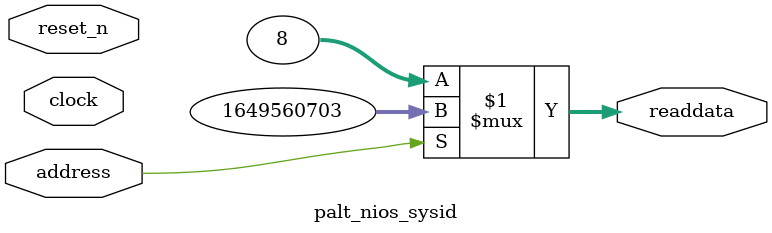
<source format=v>

`timescale 1ns / 1ps
// synthesis translate_on

// turn off superfluous verilog processor warnings 
// altera message_level Level1 
// altera message_off 10034 10035 10036 10037 10230 10240 10030 

module palt_nios_sysid (
               // inputs:
                address,
                clock,
                reset_n,

               // outputs:
                readdata
             )
;

  output  [ 31: 0] readdata;
  input            address;
  input            clock;
  input            reset_n;

  wire    [ 31: 0] readdata;
  //control_slave, which is an e_avalon_slave
  assign readdata = address ? 1649560703 : 8;

endmodule




</source>
